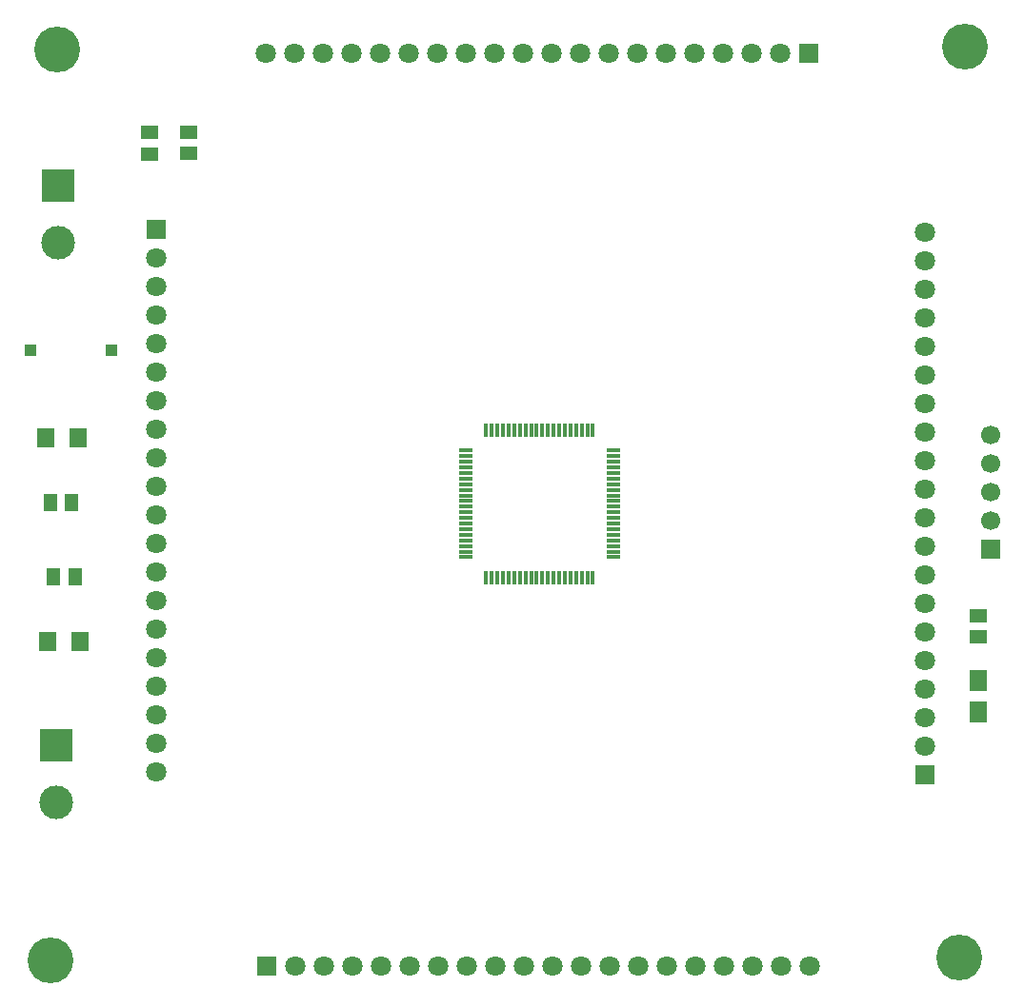
<source format=gts>
G04 (created by PCBNEW (2013-07-07 BZR 4022)-stable) date 3/17/2015 10:38:49 AM*
%MOIN*%
G04 Gerber Fmt 3.4, Leading zero omitted, Abs format*
%FSLAX34Y34*%
G01*
G70*
G90*
G04 APERTURE LIST*
%ADD10C,0.00590551*%
%ADD11R,0.0394X0.0394*%
%ADD12R,0.0669291X0.0669291*%
%ADD13C,0.0669291*%
%ADD14R,0.0512X0.059*%
%ADD15R,0.059X0.0512*%
%ADD16R,0.1181X0.1181*%
%ADD17C,0.1181*%
%ADD18R,0.0629X0.0709*%
%ADD19R,0.0591X0.0768*%
%ADD20R,0.0511X0.0137*%
%ADD21R,0.0137X0.0511*%
%ADD22C,0.16*%
%ADD23R,0.0708661X0.0708661*%
%ADD24C,0.0708661*%
G04 APERTURE END LIST*
G54D10*
G54D11*
X44271Y-38838D03*
X47105Y-38838D03*
G54D12*
X77880Y-45820D03*
G54D13*
X77880Y-44820D03*
X77880Y-43820D03*
X77880Y-42820D03*
X77880Y-41820D03*
G54D14*
X45097Y-46771D03*
X45847Y-46771D03*
G54D15*
X49822Y-31949D03*
X49822Y-31199D03*
X48444Y-31969D03*
X48444Y-31219D03*
X77445Y-48888D03*
X77445Y-48138D03*
G54D14*
X44979Y-44173D03*
X45729Y-44173D03*
G54D16*
X45200Y-52660D03*
G54D17*
X45200Y-54660D03*
G54D18*
X45952Y-41909D03*
X44834Y-41909D03*
X46011Y-49035D03*
X44893Y-49035D03*
G54D19*
X77465Y-50412D03*
X77465Y-51494D03*
G54D20*
X59504Y-42350D03*
X59504Y-42547D03*
X59504Y-42744D03*
X59504Y-42941D03*
X59504Y-43138D03*
X59504Y-43335D03*
X59504Y-43532D03*
X59504Y-43728D03*
X59504Y-43925D03*
X59504Y-44122D03*
X59504Y-44318D03*
X59504Y-44515D03*
X59504Y-44712D03*
X59504Y-44908D03*
X59504Y-45105D03*
X59504Y-45302D03*
X59504Y-45499D03*
X59504Y-45696D03*
X59504Y-45893D03*
X59504Y-46090D03*
G54D21*
X60230Y-46816D03*
X60427Y-46816D03*
X60624Y-46816D03*
X60821Y-46816D03*
X61018Y-46816D03*
X61215Y-46816D03*
X61412Y-46816D03*
X61608Y-46816D03*
X61805Y-46816D03*
X62002Y-46816D03*
X62198Y-46816D03*
X62395Y-46816D03*
X62592Y-46816D03*
X62788Y-46816D03*
X62985Y-46816D03*
X63182Y-46816D03*
X63379Y-46816D03*
X63576Y-46816D03*
X63773Y-46816D03*
X63970Y-46816D03*
G54D20*
X64696Y-46090D03*
X64696Y-45893D03*
X64696Y-45696D03*
X64696Y-45499D03*
X64696Y-45302D03*
X64696Y-45105D03*
X64696Y-44908D03*
X64696Y-44712D03*
X64696Y-44515D03*
X64696Y-44318D03*
X64696Y-44122D03*
X64696Y-43925D03*
X64696Y-43728D03*
X64696Y-43532D03*
X64696Y-43335D03*
X64696Y-43138D03*
X64696Y-42941D03*
X64696Y-42744D03*
X64696Y-42547D03*
X64696Y-42350D03*
G54D21*
X63970Y-41624D03*
X63773Y-41624D03*
X63576Y-41624D03*
X63379Y-41624D03*
X63182Y-41624D03*
X62985Y-41624D03*
X62788Y-41624D03*
X62592Y-41624D03*
X62395Y-41624D03*
X62198Y-41624D03*
X62002Y-41624D03*
X61805Y-41624D03*
X61608Y-41624D03*
X61412Y-41624D03*
X61215Y-41624D03*
X61018Y-41624D03*
X60821Y-41624D03*
X60624Y-41624D03*
X60427Y-41624D03*
X60230Y-41624D03*
G54D22*
X45220Y-28320D03*
X45000Y-60200D03*
X77000Y-28200D03*
X76800Y-60100D03*
G54D23*
X52540Y-60400D03*
G54D24*
X53540Y-60400D03*
X54540Y-60400D03*
X55540Y-60400D03*
X56540Y-60400D03*
X57540Y-60400D03*
X58540Y-60400D03*
X59540Y-60400D03*
X60540Y-60400D03*
X61540Y-60400D03*
X62540Y-60400D03*
X63540Y-60400D03*
X64540Y-60400D03*
X65540Y-60400D03*
X66540Y-60400D03*
X67540Y-60400D03*
X68540Y-60400D03*
X69540Y-60400D03*
X70540Y-60400D03*
X71540Y-60400D03*
G54D23*
X48700Y-34600D03*
G54D24*
X48700Y-35600D03*
X48700Y-36600D03*
X48700Y-37600D03*
X48700Y-38600D03*
X48700Y-39600D03*
X48700Y-40600D03*
X48700Y-41600D03*
X48700Y-42600D03*
X48700Y-43600D03*
X48700Y-44600D03*
X48700Y-45600D03*
X48700Y-46600D03*
X48700Y-47600D03*
X48700Y-48600D03*
X48700Y-49600D03*
X48700Y-50600D03*
X48700Y-51600D03*
X48700Y-52600D03*
X48700Y-53600D03*
G54D23*
X75580Y-53700D03*
G54D24*
X75580Y-52700D03*
X75580Y-51700D03*
X75580Y-50700D03*
X75580Y-49700D03*
X75580Y-48700D03*
X75580Y-47700D03*
X75580Y-46700D03*
X75580Y-45700D03*
X75580Y-44700D03*
X75580Y-43700D03*
X75580Y-42700D03*
X75580Y-41700D03*
X75580Y-40700D03*
X75580Y-39700D03*
X75580Y-38700D03*
X75580Y-37700D03*
X75580Y-36700D03*
X75580Y-35700D03*
X75580Y-34700D03*
G54D23*
X71520Y-28440D03*
G54D24*
X70520Y-28440D03*
X69520Y-28440D03*
X68520Y-28440D03*
X67520Y-28440D03*
X66520Y-28440D03*
X65520Y-28440D03*
X64520Y-28440D03*
X63520Y-28440D03*
X62520Y-28440D03*
X61520Y-28440D03*
X60520Y-28440D03*
X59520Y-28440D03*
X58520Y-28440D03*
X57520Y-28440D03*
X56520Y-28440D03*
X55520Y-28440D03*
X54520Y-28440D03*
X53520Y-28440D03*
X52520Y-28440D03*
G54D16*
X45240Y-33080D03*
G54D17*
X45240Y-35080D03*
M02*

</source>
